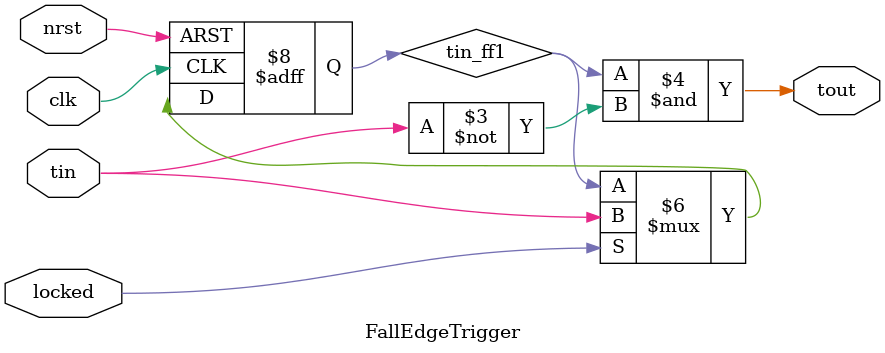
<source format=v>
module FallEdgeTrigger (
    input   clk,
    input   nrst,
    input   locked,
    
    input   tin,
    output  tout
);
    reg tin_ff1;

    always @(posedge clk or negedge nrst) begin
        if (!nrst) begin
            tin_ff1 <= 1'd0;
        end
        else if (locked) begin
            tin_ff1 <= tin;
        end
        else begin
            tin_ff1 <= tin_ff1;
        end
    end


    assign  tout    =   tin_ff1 & (~tin);

endmodule
</source>
